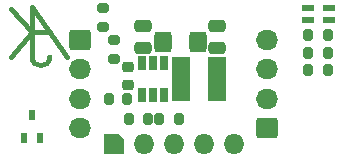
<source format=gbr>
%TF.GenerationSoftware,KiCad,Pcbnew,(6.0.5-0)*%
%TF.CreationDate,2022-06-27T09:39:38+01:00*%
%TF.ProjectId,M125,4d313235-2e6b-4696-9361-645f70636258,1*%
%TF.SameCoordinates,Original*%
%TF.FileFunction,Soldermask,Bot*%
%TF.FilePolarity,Negative*%
%FSLAX46Y46*%
G04 Gerber Fmt 4.6, Leading zero omitted, Abs format (unit mm)*
G04 Created by KiCad (PCBNEW (6.0.5-0)) date 2022-06-27 09:39:38*
%MOMM*%
%LPD*%
G01*
G04 APERTURE LIST*
G04 Aperture macros list*
%AMRoundRect*
0 Rectangle with rounded corners*
0 $1 Rounding radius*
0 $2 $3 $4 $5 $6 $7 $8 $9 X,Y pos of 4 corners*
0 Add a 4 corners polygon primitive as box body*
4,1,4,$2,$3,$4,$5,$6,$7,$8,$9,$2,$3,0*
0 Add four circle primitives for the rounded corners*
1,1,$1+$1,$2,$3*
1,1,$1+$1,$4,$5*
1,1,$1+$1,$6,$7*
1,1,$1+$1,$8,$9*
0 Add four rect primitives between the rounded corners*
20,1,$1+$1,$2,$3,$4,$5,0*
20,1,$1+$1,$4,$5,$6,$7,0*
20,1,$1+$1,$6,$7,$8,$9,0*
20,1,$1+$1,$8,$9,$2,$3,0*%
%AMFreePoly0*
4,1,14,0.857071,0.857071,0.860000,0.850000,0.860000,-0.850000,0.857071,-0.857071,0.850000,-0.860000,-0.340000,-0.860000,-0.347071,-0.857071,-0.857071,-0.347071,-0.860000,-0.340000,-0.860000,0.850000,-0.857071,0.857071,-0.850000,0.860000,0.850000,0.860000,0.857071,0.857071,0.857071,0.857071,$1*%
G04 Aperture macros list end*
%ADD10C,0.450000*%
%ADD11RoundRect,0.260000X-0.675000X0.600000X-0.675000X-0.600000X0.675000X-0.600000X0.675000X0.600000X0*%
%ADD12O,1.870000X1.720000*%
%ADD13RoundRect,0.260000X0.675000X-0.600000X0.675000X0.600000X-0.675000X0.600000X-0.675000X-0.600000X0*%
%ADD14FreePoly0,180.000000*%
%ADD15O,1.720000X1.720000*%
%ADD16RoundRect,0.210000X0.200000X0.275000X-0.200000X0.275000X-0.200000X-0.275000X0.200000X-0.275000X0*%
%ADD17RoundRect,0.210000X-0.200000X-0.275000X0.200000X-0.275000X0.200000X0.275000X-0.200000X0.275000X0*%
%ADD18RoundRect,0.010000X-0.300000X0.550000X-0.300000X-0.550000X0.300000X-0.550000X0.300000X0.550000X0*%
%ADD19RoundRect,0.010000X-0.712500X1.850000X-0.712500X-1.850000X0.712500X-1.850000X0.712500X1.850000X0*%
%ADD20RoundRect,0.259375X-0.463125X-0.625625X0.463125X-0.625625X0.463125X0.625625X-0.463125X0.625625X0*%
%ADD21RoundRect,0.235000X-0.250000X0.225000X-0.250000X-0.225000X0.250000X-0.225000X0.250000X0.225000X0*%
%ADD22RoundRect,0.260000X0.475000X-0.250000X0.475000X0.250000X-0.475000X0.250000X-0.475000X-0.250000X0*%
%ADD23RoundRect,0.210000X-0.275000X0.200000X-0.275000X-0.200000X0.275000X-0.200000X0.275000X0.200000X0*%
%ADD24RoundRect,0.010000X0.425000X0.250000X-0.425000X0.250000X-0.425000X-0.250000X0.425000X-0.250000X0*%
%ADD25RoundRect,0.210000X0.275000X-0.200000X0.275000X0.200000X-0.275000X0.200000X-0.275000X-0.200000X0*%
%ADD26RoundRect,0.010000X0.225000X0.350000X-0.225000X0.350000X-0.225000X-0.350000X0.225000X-0.350000X0*%
G04 APERTURE END LIST*
D10*
%TO.C,REF\u002A\u002A*%
X88000000Y-39425000D02*
X91000000Y-43625000D01*
X86200000Y-39525000D02*
X88000000Y-41525000D01*
X88000000Y-41525000D02*
X89500000Y-41525000D01*
X88000000Y-39425000D02*
X88000000Y-43625000D01*
X88000000Y-41525000D02*
X86200000Y-43625000D01*
X88000000Y-43625000D02*
G75*
G03*
X89500000Y-43625000I750000J0D01*
G01*
%TD*%
D11*
%TO.C,J1*%
X92100000Y-42150000D03*
D12*
X92100000Y-44650000D03*
X92100000Y-47150000D03*
X92100000Y-49650000D03*
%TD*%
D13*
%TO.C,J2*%
X107900000Y-49650000D03*
D12*
X107900000Y-47150000D03*
X107900000Y-44650000D03*
X107900000Y-42150000D03*
%TD*%
D14*
%TO.C,J3*%
X94920000Y-51000000D03*
D15*
X97460000Y-51000000D03*
X100000000Y-51000000D03*
X102540000Y-51000000D03*
X105080000Y-51000000D03*
%TD*%
D16*
%TO.C,R2*%
X111400000Y-44750000D03*
X113050000Y-44750000D03*
%TD*%
%TO.C,C1*%
X96075000Y-47200000D03*
X94525000Y-47200000D03*
%TD*%
D17*
%TO.C,R6*%
X96175000Y-48900000D03*
X97825000Y-48900000D03*
%TD*%
D16*
%TO.C,R5*%
X100425000Y-48900000D03*
X98775000Y-48900000D03*
%TD*%
D18*
%TO.C,U2*%
X99200000Y-44150000D03*
X99200000Y-46850000D03*
D19*
X100650000Y-45450000D03*
D20*
X99047500Y-42330000D03*
D21*
X96150000Y-44475000D03*
X96150000Y-46025000D03*
D18*
X97300000Y-44150000D03*
X98250000Y-44150000D03*
D22*
X97400000Y-42900000D03*
D18*
X98250000Y-46850000D03*
D22*
X97400000Y-41000000D03*
X103650000Y-41000000D03*
D20*
X102012500Y-42330000D03*
D22*
X103650000Y-42900000D03*
D19*
X103650000Y-45450000D03*
D18*
X97300000Y-46850000D03*
%TD*%
D16*
%TO.C,R1*%
X111400000Y-41750000D03*
X113050000Y-41750000D03*
%TD*%
%TO.C,R3*%
X111400000Y-43250000D03*
X113050000Y-43250000D03*
%TD*%
D23*
%TO.C,R4*%
X94900000Y-42175000D03*
X94900000Y-43825000D03*
%TD*%
D24*
%TO.C,D1*%
X111350000Y-40500000D03*
X113100000Y-40500000D03*
X113100000Y-39500000D03*
X111350000Y-39500000D03*
%TD*%
D25*
%TO.C,C2*%
X93990000Y-41055000D03*
X93990000Y-39505000D03*
%TD*%
D26*
%TO.C,Q1*%
X88650000Y-50500000D03*
X87350000Y-50500000D03*
X88000000Y-48500000D03*
%TD*%
M02*

</source>
